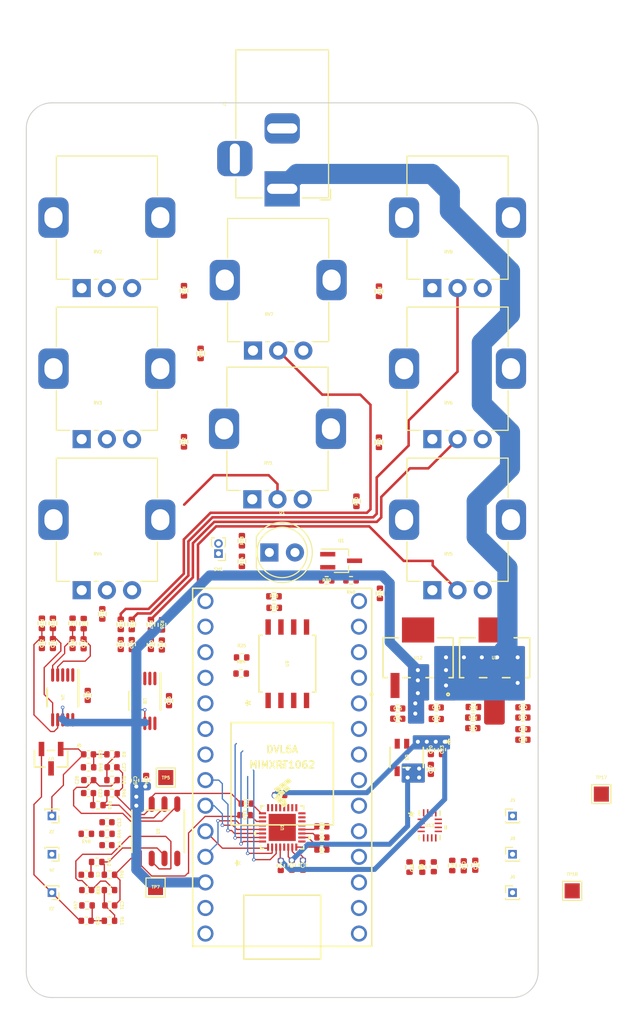
<source format=kicad_pcb>
(kicad_pcb (version 20221018) (generator pcbnew)
  (layers (0 "F.Cu" signal) (1 "In1.Cu" power) (2 "In2.Cu" power) (31 "B.Cu" signal) (34 "B.Paste" user) (35 "F.Paste" user) (36 "B.SilkS" user "B.Silkscreen") (37 "F.SilkS" user "F.Silkscreen") (38 "B.Mask" user) (39 "F.Mask" user) (44 "Edge.Cuts" user))
  (net 0 "")
  (net 1 "GND")
  (net 2 "/MCU/~{ADC_IRQ0}")
  (net 3 "/MCU/~{ADC_IRQ1}")
  (net 4 "Net-(U2-2_OUT2)")
  (net 5 "Net-(U2-3_LRCLK2)")
  (net 6 "/MCU/~{SWCTRL}")
  (net 7 "/MCU/~{BTN}")
  (net 9 "/MCU/DACDAT")
  (net 10 "/MCU/ADCDAT")
  (net 12 "Net-(U2-10_CS_MQSR)")
  (net 13 "Net-(U2-11_MOSI_CTX1)")
  (net 15 "+3V3")
  (net 16 "/MCU/MCLK")
  (net 17 "/MCU/CODC_IRQ")
  (net 18 "/MCU/BCLK")
  (net 19 "/MCU/LRCLK")
  (net 20 "/ADC/SCL")
  (net 21 "/ADC/SDA")
  (net 26 "Net-(U2-12_MISO_MQSL)")
  (net 27 "Net-(U2-13_SCK_CRX1_LED)")
  (net 28 "+1V0")
  (net 29 "+1V8")
  (net 31 "/AFE/OUT1A")
  (net 32 "/AudioCodec/LINEOUTL")
  (net 33 "/AudioCodec/LINEOUTR")
  (net 34 "/IOSwitch/AudioOut_R")
  (net 42 "/IOSwitch/AudioOut_L")
  (net 44 "VDD")
  (net 47 "/AFE/OUT2A")
  (net 48 "Net-(U1-CPCA)")
  (net 49 "Net-(U1-CPCB)")
  (net 50 "Net-(U1-CPVOUTP)")
  (net 51 "Net-(U1-CPVOUTN)")
  (net 57 "Net-(U1-IN1R{slash}DMICDAT2)")
  (net 58 "Net-(U1-IN1L{slash}DMICDAT1)")
  (net 59 "Net-(R37-Pad1)")
  (net 60 "/ADC/POT8")
  (net 61 "Net-(R35-Pad1)")
  (net 62 "/ADC/POT6")
  (net 63 "Net-(R34-Pad1)")
  (net 64 "/ADC/POT5")
  (net 65 "Net-(R33-Pad1)")
  (net 66 "/ADC/POT4")
  (net 67 "Net-(R32-Pad1)")
  (net 68 "/ADC/POT3")
  (net 69 "Net-(R20-Pad1)")
  (net 70 "/ADC/POT1")
  (net 71 "Net-(R21-Pad1)")
  (net 72 "/ADC/POT2")
  (net 73 "Net-(R36-Pad1)")
  (net 74 "/ADC/POT7")
  (net 75 "/ADC/AIN0_0")
  (net 76 "/ADC/AIN1_0")
  (net 77 "/ADC/AIN2_0")
  (net 78 "/ADC/AIN3_0")
  (net 79 "/ADC/AIN0_1")
  (net 80 "/ADC/AIN1_1")
  (net 81 "/ADC/AIN2_1")
  (net 82 "/ADC/AIN3_1")
  (net 83 "Net-(U3-GROUND{slash}ADJUST)")
  (net 84 "Net-(C11-Pad2)")
  (net 85 "Net-(C12-Pad2)")
  (net 86 "Net-(D1-K)")
  (net 87 "Net-(C29-Pad2)")
  (net 88 "/AFE/IN1+A")
  (net 89 "Net-(C30-Pad2)")
  (net 90 "/AFE/IN1-A")
  (net 91 "Net-(D1-A)")
  (net 93 "/AudioCodec/AudioL_Dirty")
  (net 94 "/AudioCodec/AudioR_Dirty")
  (net 95 "/AFE/AudioL_Raw")
  (net 96 "/AFE/AudioR_Raw")
  (net 97 "/AFE/IN2+A")
  (net 98 "/AFE/IN2-A")
  (net 99 "Net-(C22-Pad2)")
  (net 100 "Vdd2")
  (net 101 "Net-(C5-Pad2)")
  (net 102 "Net-(C31-Pad1)")
  (net 103 "Net-(C27-Pad1)")
  (footprint "Resistor_SMD:R_0402_1005Metric" (layer "F.Cu") (at 126.746 75.182 -90)
    (fp_text reference "R20")
    (fp_text value "5k")
  )
  (footprint "TeenieWeenieLibrary:POT_PTV09A-4025U-B104" (layer "F.Cu") (at 116.412 74.983 90)
    (fp_text reference "RV1")
    (fp_text value "R_Potentiometer" hide)
  )
  (footprint "Capacitor_SMD:C_0402_1005Metric" (layer "F.Cu") (at 123.3158 109.776 180)
    (fp_text reference "C8")
    (fp_text value "2.2uF")
  )
  (footprint "Resistor_SMD:R_0402_1005Metric" (layer "F.Cu") (at 101.086 105.36)
    (fp_text reference "R45")
    (fp_text value "10k")
  )
  (footprint "Connector_PinHeader_1.00mm:PinHeader_1x01_P1.00mm_Vertical" (layer "F.Cu") (at 142.24 114.046)
    (fp_text reference "J6")
    (fp_text value "Conn_01x01")
  )
  (footprint "Capacitor_SMD:C_0402_1005Metric" (layer "F.Cu") (at 120.3358 111.316801 -90)
    (fp_text reference "C2")
    (fp_text value "0.1uF")
  )
  (footprint "Connector_PinHeader_1.00mm:PinHeader_1x01_P1.00mm_Vertical" (layer "F.Cu") (at 142.24 110.236)
    (fp_text reference "J8")
    (fp_text value "Conn_01x01")
  )
  (footprint "Resistor_SMD:R_0402_1005Metric" (layer "F.Cu") (at 100.161 101.596666)
    (fp_text reference "R48")
    (fp_text value "1M")
  )
  (footprint "Resistor_SMD:R_0402_1005Metric" (layer "F.Cu") (at 104.445998 87.414999 -90)
    (fp_text reference "R31")
    (fp_text value "2k")
  )
  (footprint "Resistor_SMD:R_0402_1005Metric" (layer "F.Cu") (at 99.680998 87.328999 -90)
    (fp_text reference "R1")
    (fp_text value "2k")
  )
  (footprint "Capacitor_SMD:C_0402_1005Metric" (layer "F.Cu") (at 102.491 101.59)
    (fp_text reference "C27")
    (fp_text value "100p")
  )
  (footprint "Capacitor_SMD:C_0402_1005Metric" (layer "F.Cu") (at 123.3158 108.569)
    (fp_text reference "C6")
    (fp_text value "2.2uF")
  )
  (footprint "TeenieWeenieLibrary:SOT_AMS_ADS" (layer "F.Cu") (at 140.466 90.7161)
    (fp_text reference "U3")
    (fp_text value "AMS1117-ADJ")
  )
  (footprint "Resistor_SMD:R_0402_1005Metric" (layer "F.Cu") (at 111.28 60.498 -90)
    (fp_text reference "R36")
    (fp_text value "5k")
  )
  (footprint "Capacitor_SMD:C_0402_1005Metric" (layer "F.Cu") (at 100.076 94.46 90)
    (fp_text reference "C55")
    (fp_text value "0.1u")
  )
  (footprint "TeenieWeenieLibrary:SOP-8L_DIO" (layer "F.Cu") (at 107.061 107.95 90)
    (fp_text reference "U6")
    (fp_text value "AP358SG-13")
  )
  (footprint "Connector_BarrelJack:BarrelJack_Horizontal" (layer "F.Cu") (at 119.38 44.153 -90)
    (fp_text reference "J1")
    (fp_text value "Barrel_Jack")
  )
  (footprint "Capacitor_SMD:C_0402_1005Metric" (layer "F.Cu") (at 106.345998 89.404999 -90)
    (fp_text reference "C50")
    (fp_text value "160p")
  )
  (footprint "Resistor_SMD:R_0402_1005Metric" (layer "F.Cu") (at 115.6942 106.347 180)
    (fp_text reference "R5")
    (fp_text value "0")
  )
  (footprint "Capacitor_SMD:C_0402_1005Metric" (layer "F.Cu") (at 143.2712 95.6442)
    (fp_text reference "C15")
    (fp_text value "10u")
  )
  (footprint "TestPoint:TestPoint_Pad_1.5x1.5mm" (layer "F.Cu") (at 151.0522 104.2582)
    (fp_text reference "TP17")
    (fp_text value "TestPoint")
  )
  (footprint "Resistor_SMD:R_0402_1005Metric" (layer "F.Cu") (at 102.235 116.84)
    (fp_text reference "R11")
    (fp_text value "1k")
  )
  (footprint "TeenieWeenieLibrary:POT_PTV09A-4025U-B104" (layer "F.Cu") (at 134.28 54.013 90)
    (fp_text reference "RV8")
    (fp_text value "R_Potentiometer" hide)
  )
  (footprint "Capacitor_SMD:C_0402_1005Metric" (layer "F.Cu") (at 96.620998 89.309999 -90)
    (fp_text reference "C51")
    (fp_text value "160p")
  )
  (footprint "Connector_PinHeader_1.00mm:PinHeader_1x01_P1.00mm_Vertical" (layer "F.Cu") (at 96.52 110.236 180)
    (fp_text reference "J4")
    (fp_text value "Conn_01x01")
  )
  (footprint "Resistor_SMD:R_0402_1005Metric" (layer "F.Cu") (at 103.355998 87.404999 -90)
    (fp_text reference "R30")
    (fp_text value "2k")
  )
  (footprint "Capacitor_SMD:C_0402_1005Metric" (layer "F.Cu") (at 99.979 113.792 180)
    (fp_text reference "C28")
    (fp_text value "10p")
  )
  (footprint "Resistor_SMD:R_0402_1005Metric" (layer "F.Cu") (at 115.3042 92.2888)
    (fp_text reference "R24")
    (fp_text value "5k")
  )
  (footprint "Capacitor_SMD:C_0402_1005Metric" (layer "F.Cu") (at 108.145997 94.979999 90)
    (fp_text reference "C56")
    (fp_text value "0.1u")
  )
  (footprint "Resistor_SMD:R_0402_1005Metric" (layer "F.Cu") (at 126.2112 83.0372 180)
    (fp_text reference "R40")
    (fp_text value "10k")
  )
  (footprint "Capacitor_SMD:C_0402_1005Metric" (layer "F.Cu") (at 130.8486 96.7762 180)
    (fp_text reference "C34")
    (fp_text value "22u")
  )
  (footprint "TestPoint:TestPoint_Pad_1.5x1.5mm" (layer "F.Cu") (at 148.1582 113.8682)
    (fp_text reference "TP18")
    (fp_text value "TestPoint")
  )
  (footprint "Capacitor_SMD:C_0402_1005Metric" (layer "F.Cu") (at 100.161 100.31)
    (fp_text reference "C29")
    (fp_text value "4.7u")
  )
  (footprint "TeenieWeenieLibrary:SOT-23_ONS" (layer "F.Cu") (at 96.4405 100.744 180)
    (fp_text reference "U7")
    (fp_text value "SM05T1G")
  )
  (footprint "Resistor_SMD:R_0402_1005Metric" (layer "F.Cu") (at 98.575998 87.303999 -90)
    (fp_text reference "R2")
    (fp_text value "2k")
  )
  (footprint "TeenieWeenieLibrary:DGS0010A_N" (layer "F.Cu") (at 105.745998 95.004998 -90)
    (fp_text reference "U8")
    (fp_text value "ADS1015IDGSR")
  )
  (footprint "Resistor_SMD:R_0402_1005Metric" (layer "F.Cu") (at 102.491 104.16)
    (fp_text reference "R46")
    (fp_text value "10k")
  )
  (footprint "TeenieWeenieLibrary:SOIC_208MIL_WIN" (layer "F.Cu") (at 119.888 91.313 90)
    (fp_text reference "U9")
    (fp_text value "W25Q128JVSIQ TR")
  )
  (footprint "Capacitor_SMD:C_0402_1005Metric" (layer "F.Cu") (at 135.234 99.842 -90)
    (fp_text reference "C23")
    (fp_text value "10u")
  )
  (footprint "Connector_PinHeader_1.00mm:PinHeader_1x01_P1.00mm_Vertical" (layer "F.Cu") (at 96.52 114.046 180)
    (fp_text reference "J3")
    (fp_text value "Conn_01x01")
  )
  (footprint "TeenieWeenieLibrary:POT_PTV09A-4025U-B104" (layer "F.Cu") (at 99.48 54.013 90)
    (fp_text reference "RV2")
    (fp_text value "R_Potentiometer" hide)
  )
  (footprint "Resistor_SMD:R_0402_1005Metric" (layer "F.Cu") (at 138.306 96.6602 180)
    (fp_text reference "R23")
    (fp_text value "15k")
  )
  (footprint "Capacitor_SMD:C_0402_1005Metric" (layer "F.Cu") (at 143.266 98.8602)
    (fp_text reference "C18")
    (fp_text value "22u")
  )
  (footprint "Capacitor_SMD:C_0402_1005Metric" (layer "F.Cu") (at 99.670998 89.334999 -90)
    (fp_text reference "C47")
    (fp_text value "160p")
  )
  (footprint "Resistor_SMD:R_0402_1005Metric" (layer "F.Cu") (at 101.5238 86.362 -90)
    (fp_text reference "R33")
    (fp_text value "5k")
  )
  (footprint "Capacitor_SMD:C_0402_1005Metric" (layer "F.Cu") (at 143.2686 97.8188)
    (fp_text reference "C19")
    (fp_text value "0.1u")
  )
  (footprint "Capacitor_SMD:C_0402_1005Metric" (layer "F.Cu") (at 103.355998 89.404999 -90)
    (fp_text reference "C53")
    (fp_text value "160p")
  )
  (footprint "Resistor_SMD:R_0402_1005Metric" (layer "F.Cu") (at 96.620998 87.303999 -90)
    (fp_text reference "R28")
    (fp_text value "2k")
  )
  (footprint "Capacitor_SMD:C_0402_1005Metric" (layer "F.Cu") (at 99.923 116.84)
    (fp_text reference "C30")
    (fp_text value "4.7u")
  )
  (footprint "Capacitor_SMD:C_0402_1005Metric" (layer "F.Cu") (at 119.2358 111.349 -90)
    (fp_text reference "C4")
    (fp_text value "4.7uF")
  )
  (footprint "Resistor_SMD:R_0402_1005Metric" (layer "F.Cu") (at 109.63 69.273 -90)
    (fp_text reference "R32")
    (fp_text value "5k")
  )
  (footprint "Capacitor_SMD:C_0402_1005Metric" (layer "F.Cu") (at 101.991 107.054)
    (fp_text reference "C13")
    (fp_text value "1u")
  )
  (footprint "Capacitor_SMD:C_0402_1005Metric" (layer "F.Cu") (at 100.177 102.87 180)
    (fp_text reference "C26")
    (fp_text value "10p")
  )
  (footprint "Connector_PinHeader_1.00mm:PinHeader_1x01_P1.00mm_Vertical" (layer "F.Cu") (at 142.24 106.426)
    (fp_text reference "J5")
    (fp_text value "Conn_01x01")
  )
  (footprint "Connector_PinHeader_1.00mm:PinHeader_1x01_P1.00mm_Vertical" (layer "F.Cu") (at 96.52 106.426 180)
    (fp_text reference "J2")
    (fp_text value "Conn_01x01")
  )
  (footprint "teensy:Teensy40_1" (layer "F.Cu") (at 119.38 101.6 90)
    (fp_text reference "U2")
    (fp_text value "Teensy4.0")
  )
  (footprint "Resistor_SMD:R_0402_1005Metric" (layer "F.Cu") (at 118.5848 85.761)
    (fp_text reference "R19")
    (fp_text value "5k")
  )
  (footprint "Capacitor_SMD:C_0402_1005Metric" (layer "F.Cu") (at 104.445998 89.414999 -90)
    (fp_text reference "C54")
    (fp_text value "160p")
  )
  (footprint "Capacitor_SMD:C_0402_1005Metric" (layer "F.Cu") (at 105.877 102.898 90)
    (fp_text reference "C24")
    (fp_text value "0.1u")
  )
  (footprint "Capacitor_SMD:C_0402_1005Metric" (layer "F.Cu") (at 101.986 109.329)
    (fp_text reference "C14")
    (fp_text value "100n")
  )
  (footprint "Capacitor_SMD:C_0402_1005Metric" (layer "F.Cu") (at 95.527998 89.309999 -90)
    (fp_text reference "C52")
    (fp_text value "160p")
  )
  (footprint "Capacitor_SMD:C_0402_1005Metric" (layer "F.Cu") (at 138.296 97.7102 180)
    (fp_text reference "C21")
    (fp_text value "10u")
  )
  (footprint "Resistor_SMD:R_0402_1005Metric" (layer "F.Cu") (at 100.969 110.998)
    (fp_text reference "R42")
    (fp_text value "10k")
  )
  (footprint "Capacitor_SMD:C_0402_1005Metric" (layer "F.Cu") (at 121.4358 111.316801 -90)
    (fp_text reference "C3")
    (fp_text value "4.7uF")
  )
  (footprint "Capacitor_SMD:C_0402_1005Metric" (layer "F.Cu") (at 134.426401 111.478 90)
    (fp_text reference "C9")
    (fp_text value "4.7u")
  )
  (footprint "TeenieWeenieLibrary:POT_PTV09A-4025U-B104" (layer "F.Cu") (at 99.48 84.013 90)
    (fp_text reference "RV4")
    (fp_text value "R_Potentiometer" hide)
  )
  (footprint "LED_THT:LED_D5.0mm" (layer "F.Cu") (at 118.105 80.264)
    (fp_text reference "D1")
    (fp_text value "LED")
  )
  (footprint "Resistor_SMD:R_0402_1005Metric" (layer "F.Cu") (at 102.235 112.268)
    (fp_text reference "R41")
    (fp_text value "10k")
  )
  (footprint "Resistor_SMD:R_0402_1005Metric" (layer "F.Cu") (at 102.491 102.87)
    (fp_text reference "R10")
    (fp_text value "31.1k")
  )
  (footprint "Resistor_SMD:R_0402_1005Metric" (layer "F.Cu") (at 102.235 113.792)
    (fp_text reference "R12")
    (fp_text value "31.1k")
  )
  (footprint "TeenieWeenieLibrary:POT_PTV09A-4025U-B104" (layer "F.Cu") (at 116.48 60.213 90)
    (fp_text reference "RV7")
    (fp_text value "R_Potentiometer" hide)
  )
  (footprint "Resistor_SMD:R_0402_1005Metric" (layer "F.Cu") (at 129.08 84.323 -90)
    (fp_text reference "R34")
    (fp_text value "5k")
  )
  (footprint "Capacitor_SMD:C_0402_1005Metric" (layer "F.Cu") (at 143.266 96.6602)
    (fp_text reference "C16")
    (fp_text value "0.1u")
  )
  (footprint "TeenieWeenieLibrary:POT_PTV09A-4025U-B104" (layer "F.Cu") (at 99.48 69.013 90)
    (fp_text reference "RV3")
    (fp_text value "R_Potentiometer" hide)
  )
  (footprint "Capacitor_SMD:C_0402_1005Metric" (layer "F.Cu") (at 134.6712 96.8032 180)
    (fp_text reference "C32")
    (fp_text value "10u")
  )
  (footprint "MountingHole:MountingHole_2.2mm_M2_DIN965" (layer "F.Cu") (at 96.52 121.92)
    (fp_text reference "H3")
    (fp_text value "MountingHole")
  )
  (footprint "Capacitor_SMD:C_0402_1005Metric" (layer "F.Cu") (at 107.435998 89.449999 -90)
    (fp_text reference "C49")
    (fp_text value "160p")
  )
  (footprint "Capacitor_SMD:C_0402_1005Metric" (layer "F.Cu") (at 99.923 112.268)
    (fp_text reference "C5")
    (fp_text value "1u")
  )
  (footprint "Capacitor_SMD:C_0402_1005Metric" (layer "F.Cu") (at 134.134 99.842 -90)
    (fp_text reference "C20")
    (fp_text value "0.1u")
  )
  (footprint "Capacitor_SMD:C_0402_1005Metric" (layer "F.Cu") (at 134.666 95.6602 180)
    (fp_text reference "C33")
    (fp_text value "0.1u")
  )
  (footprint "Resistor_SMD:R_0402_1005Metric" (layer "F.Cu") (at 95.527998 87.303999 -90)
    (fp_text reference "R29")
    (fp_text value "2k")
  )
  (footprint "Resistor_SMD:R_0402_1005Metric" (layer "F.Cu") (at 118.5594 84.618)
    (fp_text reference "R18")
    (fp_text value "5k")
  )
  (footprint "Capacitor_SMD:C_0402_1005Metric" (layer "F.Cu") (at 133.283401 111.534 90)
    (fp_text reference "C11")
    (fp_text value "0.1uF")
  )
  (footprint "Resistor_SMD:R_0402_1005Metric" (layer "F.Cu") (at 123.7912 83.0372)
    (fp_text reference "R39")
    (fp_text value "5k")
  )
  (footprint "MountingHole:MountingHole_2.2mm_M2_DIN965" (layer "F.Cu") (at 142.24 121.92)
    (fp_text reference "H4")
    (fp_text value "MountingHole")
  )
  (footprint "TeenieWeenieLibrary:SOT_PDQNR_TEX" (layer "F.Cu") (at 131.734 100.622 -90)
    (fp_text reference "U5")
    (fp_text value "TLV74010PDQNR")
  )
  (footprint "Package_TO_SOT_SMD:SOT-323_SC-70_Handsoldering" (layer "F.Cu") (at 125.2312 81.0872)
    (fp_text reference "Q1")
    (fp_text value "DMP2160UW-7")
  )
  (footprint "Capacitor_SMD:C_0402_1005Metric" (layer "F.Cu") (at 130.846 95.7602 180)
    (fp_text reference "C45")
    (fp_text value "0.1u")
  )
  (footprint "Connector_PinHeader_1.00mm:PinHeader_1x02_P1.00mm_Vertical" (layer "F.Cu") (at 113.0554 80.375 180)
    (fp_text reference "SW1")
    (fp_text value "SW_Push")
  )
  (footprint "Resistor_SMD:R_0402_1005Metric" (layer "F.Cu") (at 102.491 100.31)
    (fp_text reference "R9")
    (fp_text value "1k")
  )
  (footprint "Resistor_SMD:R_0402_1005Metric" (layer "F.Cu") (at 132.013401 111.508 -90)
    (fp_text reference "R3")
    (fp_text value "20")
  )
  (footprint "Resistor_SMD:R_0402_1005Metric" (layer "F.Cu") (at 115.8212 105.204 180)
    (fp_text reference "R7")
    (fp_text value "0")
  )
  (footprint "Resistor_SMD:R_0402_1005Metric" (layer "F.Cu") (at 128.98 54.323 -90)
    (fp_text reference "R37")
    (fp_text value "5k")
  )
  (footprint "TeenieWeenieLibrary:DGS0010A_N" (layer "F.Cu") (at 97.595998 94.654998 -90)
    (fp_text reference "U4")
    (fp_text value "ADS1015IDGSR")
  )
  (footprint "Capacitor_SMD:C_0402_1005Metric" (layer "F.Cu") (at 104.777 102.898 90)
    (fp_text reference "C25")
    (fp_text value "10u")
  )
  (footprint "Capacitor_SMD:C_0402_1005Metric" (layer "F.Cu") (at 119.1378 104.360001)
    (fp_text reference "C1")
    (fp_text value "0.1uF")
  )
  (footprint "Capacitor_SMD:C_0402_1005Metric" (layer "F.Cu") (at 102.265 115.316)
    (fp_text reference "C31")
    (fp_text value "100p")
  )
  (footprint "Capacitor_SMD:C_0402_1005Metric" (layer "F.Cu") (at 123.3158 107.469)
    (fp_text reference "C7")
    (fp_text value "2.2uF")
  )
  (footprint "Capacitor_SMD:C_0402_1005Metric" (layer "F.Cu") (at 100.161 104.16)
    (fp_text reference "C22")
    (fp_text value "1u")
  )
  (footprint "TestPoint:TestPoint_Pad_1.5x1.5mm" (layer "F.Cu") (at 107.825 102.616 180)
    (fp_text reference "TP5")
    (fp_text value "TestPoint")
  )
  (footprint "Resistor_SMD:R_0402_1005Metric" (layer "F.Cu") (at 99.941 108.204 180)
    (fp_text reference "R43")
    (fp_text value "10k")
  )
  (footprint "Resistor_SMD:R_0402_1005Metric" (layer "F.Cu") (at 100.011 115.316)
    (fp_text reference "R47")
    (fp_text value "1M")
  )
  (footprint "TeenieWeenieLibrary:POT_PTV09A-4025U-B104" (layer "F.Cu") (at 134.28 84.013 90)
    (fp_text reference "RV5")
    (fp_text value "R_Potentiometer" hide)
  )
  (footprint "TeenieWeenieLibrary:UMLP16_1P8X2P6_ONS" (layer "F.Cu") (at 134.020001 107.3658)
    (fp_text reference "U13")
    (fp_text value "FSA2466UMX")
  )
  (footprint "Resistor_SMD:R_0402_1005Metric" (layer "F.Cu") (at 138.356 95.6102 180)
    (fp_text reference "R22")
    (fp_text value "33k")
  )
  (footprint "TeenieWeenieLibrary:QFN32_4X4_CIR" (layer "F.Cu") (at 119.38 107.569 90)
    (fp_text reference "U1")
    (fp_text value "WM8904CGEFL/V")
  )
  (footprint "Resistor_SMD:R_0402_1005Metric" (layer "F.Cu") (at 106.345998 87.424999 -90)
    (fp_text reference "R27")
    (fp_text value "2k")
  )
  (footprint "TeenieWeenieLibrary:SOT_AMS_ADS" (layer "F.Cu") (at 132.866 90.7161)
    (fp_text reference "U12")
    (fp_text value "AMS1117-3.3")
  )
  (footprint "MountingHole:MountingHole_2.2mm_M2_DIN965" (layer "F.Cu") (at 96.52 38.153)
    (fp_text reference "H1")
    (fp_text value "MountingHole")
  )
  (footprint "Resistor_SMD:R_0402_1005Metric" (layer "F.Cu") (at 109.63 54.273 -90)
    (fp_text reference "R21")
    (fp_text value "5k")
  )
  (footprint "Capacitor_SMD:C_0402_1005Metric" (layer "F.Cu") (at 98.575998 89.309999 -90)
    (fp_text reference "C48")
    (fp_text value "160p")
  )
  (footprint "Resistor_SMD:R_0402_1005Metric" (layer "F.Cu") (at 107.445998 87.449999 -90)
    (fp_text reference "R26")
    (fp_text value "2k")
  )
  (footprint "Resistor_SMD:R_0402_1005Metric" (layer "F.Cu") (at 115.38 81.149 90)
    (fp_text reference "R14")
    (fp_text value "5k")
  )
  (footprint "Capacitor_SMD:C_0402_1005Metric" (layer "F.Cu") (at 134.134 101.802 90)
    (fp_text reference "C17")
    (fp_text value "1u")
  )
  (footprint "Resistor_SMD:R_0402_1005Metric" (layer "F.Cu") (at 115.355 90.6886)
    (fp_text reference "R25")
    (fp_text value "5k")
  )
  (footprint "MountingHole:MountingHole_2.2mm_M2_DIN965" (layer "F.Cu") (at 142.24 38.153)
    (fp_text reference "H2")
    (fp_text value "MountingHole")
  )
  (footprint "Capacitor_SMD:C_0402_1005Metric" (layer "F.Cu") (at 137.398201 111.3776 -90)
    (fp_text reference "C12")
    (fp_text value "0.1uF")
  )
  (footprint "Capacitor_SMD:C_0402_1005Metric" (layer "F.Cu") (at 138.541201 111.3216 -90)
    (fp_text reference "C10")
    (fp_text value "4.7u")
  )
  (footprint "TeenieWeenieLibrary:POT_PTV09A-4025U-B104" (layer "F.Cu") (at 134.28 69.013 90)
    (fp_text reference "RV6")
    (fp_text value "R_Potentiometer" hide)
  )
  (footprint "Resistor_SMD:R_0402_1005Metric" (layer "F.Cu") (at 136.255201 111.3516 -90)
    (fp_text reference "R4")
    (fp_text value "20")
  )
  (footprint "TestPoint:TestPoint_Pad_1.5x1.5mm" (layer "F.Cu") (at 106.809 113.538 180)
    (fp_text reference "TP7")
    (fp_text value "TestPoint")
  )
  (footprint "Resistor_SMD:R_0402_1005Metric" (layer "F.Cu") (at 115.38 79.099 90)
    (fp_text reference "R38")
    (fp_text value "1k")
  )
  (footprint "Resistor_SMD:R_0402_1005Metric" (layer "F.Cu") (at 128.98 69.323 -90)
    (fp_text reference "R35")
    (fp_text value "5k")
  )
  (footprint "Resistor_SMD:R_0402_1005Metric" (layer "F.Cu") (at 101.981 108.204 180)
    (fp_text reference "R44")
    (fp_text value "10k")
  )
  (gr_arc (start 96.52 124.46) (mid 94.723949 123.716051) (end 93.98 121.92) (stroke (width 0.1)) (layer "Edge.Cuts"))
  (gr_line (start 144.78 38.153) (end 144.78 121.92) (stroke (width 0.1)) (layer "Edge.Cuts"))
  (gr_line (start 96.52 35.613) (end 142.24 35.613) (stroke (width 0.1)) (layer "Edge.Cuts"))
  (gr_line (start 93.98 121.92) (end 93.98 38.153) (stroke (width 0.1)) (layer "Edge.Cuts"))
  (gr_line (start 142.24 124.46) (end 96.52 124.46) (stroke (width 0.1)) (layer "Edge.Cuts"))
  (gr_arc (start 93.98 38.153) (mid 94.723949 36.356949) (end 96.52 35.613) (stroke (width 0.1)) (layer "Edge.Cuts"))
  (gr_arc (start 144.78 121.92) (mid 144.036051 123.716051) (end 142.24 124.46) (stroke (width 0.1)) (layer "Edge.Cuts"))
  (gr_arc (start 142.24 35.613) (mid 144.036051 36.356949) (end 144.78 38.153) (stroke (width 0.1)) (layer "Edge.Cuts"))
  (segment (start 115.2906 109.1946) (end 115.5162 108.969) (width 0.127) (layer "F.Cu") (net 9))
  (segment (start 115.5162 108.969) (end 117.4242 108.969) (width 0.127) (layer "F.Cu") (net 9))
  (via (at 115.2906 109.1946) (size 0.35) (drill 0.2) (layers "F.Cu" "B.Cu") (net 9))
  (segment (start 115.2906 100.1522) (end 115.4684 99.9744) (width 0.127) (layer "B.Cu") (net 9))
  (segment (start 115.2906 109.1946) (end 115.2906 100.1522) (width 0.127) (layer "B.Cu") (net 9))
  (segment (start 114.744398 108.569001) (end 117.4242 108.569001) (width 0.127) (layer "F.Cu") (net 10))
  (segment (start 114.7064 108.606999) (end 114.744398 108.569001) (width 0.127) (layer "F.Cu") (net 10))
  (via (at 114.7064 108.606999) (size 0.35) (drill 0.2) (layers "F.Cu" "B.Cu") (net 10))
  (segment (start 114.7064 108.606999) (end 114.7064 99.3648) (width 0.127) (layer "B.Cu") (net 10))
  (segment (start 114.7064 99.3648) (end 114.8334 99.2378) (width 0.127) (layer "B.Cu") (net 10))
  (segment (start 105.745998 97.23) (end 105.745998 95.890798) (width 0.127) (layer "F.Cu") (net 15))
  (segment (start 97.595998 96.88) (end 97.595998 95.665598) (width 0.127) (layer "F.Cu") (net 15))
  (segment (start 97.595998 95.665598) (end 97.5868 95.6564) (width 0.127) (layer "F.Cu") (net 15))
  (segment (start 105.745998 95.890798) (end 105.7402 95.885) (width 0.127) (layer "F.Cu") (net 15))
  (via (at 132.842 94.234) (size 0.6) (drill 0.4) (layers "F.Cu" "B.Cu") (net 15))
  (via (at 132.842 91.948) (size 0.6) (drill 0.4) (layers "F.Cu" "B.Cu") (net 15))
  (via (at 105.7402 95.885) (size 0.35) (drill 0.2) (layers "F.Cu" "B.Cu") (net 15))
  (via (at 132.842 92.964) (size 0.6) (drill 0.4) (layers "F.Cu" "B.Cu") (net 15))
  (via (at 132.588 96.266) (size 0.6) (drill 0.4) (layers "F.Cu" "B.Cu") (net 15))
  (via (at 104.902 104.521) (size 0.6) (drill 0.4) (layers "F.Cu" "B.Cu") (net 15))
  (via (at 105.791 103.505) (size 0.6) (drill 0.4) (layers "F.Cu" "B.Cu") (net 15))
  (via (at 132.588 95.25) (size 0.6) (drill 0.4) (layers "F.Cu" "B.Cu") (net 15))
  (via (at 104.902 105.41) (size 0.6) (drill 0.4) (layers "F.Cu" "B.Cu") (net 15))
  (via (at 104.902 103.505) (size 0.6) (drill 0.4) (layers "F.Cu" "B.Cu") (net 15))
  (via (at 97.5868 95.6564) (size 0.35) (drill 0.2) (layers "F.Cu" "B.Cu") (net 15))
  (segment (start 105.0036 95.885) (end 104.902 95.9866) (width 0.127) (layer "B.Cu") (net 15))
  (segment (start 132.842 91.948) (end 130.048 89.154) (width 1) (layer "B.Cu") (net 15))
  (segment (start 130.048 89.154) (end 130.048 83.312) (width 1) (layer "B.Cu") (net 15))
  (segment (start 104.902 95.9866) (end 104.902 103.505) (width 1) (layer "B.Cu") (net 15))
  (segment (start 104.902 104.521) (end 104.902 105.283) (width 1) (layer "B.Cu") (net 15))
  (segment (start 97.5868 96.7232) (end 97.536 96.774) (width 0.127) (layer "B.Cu") (net 15))
  (segment (start 104.902 111.76) (end 104.902 105.41) (width 1) (layer "B.Cu") (net 15))
  (segment (start 105.7402 95.885) (end 105.0036 95.885) (width 0.127) (layer "B.Cu") (net 15))
  (segment (start 104.902 89.826679) (end 104.902 95.9866) (width 1) (layer "B.Cu") (net 15))
  (segment (start 129.286 82.55) (end 112.178679 82.55) (width 1) (layer "B.Cu") (net 15))
  (segment (start 97.917 97.155) (end 97.536 96.774) (width 0.75) (layer "B.Cu") (net 15))
  (segment (start 112.178679 82.55) (end 104.902 89.826679) (width 1) (layer "B.Cu") (net 15))
  (segment (start 97.5868 95.6564) (end 97.5868 96.7232) (width 0.127) (layer "B.Cu") (net 15))
  (segment (start 111.76 113.03) (end 106.172 113.03) (width 1) (layer "B.Cu") (net 15))
  (segment (start 130.048 83.312) (end 129.286 82.55) (width 1) (layer "B.Cu") (net 15))
  (segment (start 106.172 113.03) (end 104.902 111.76) (width 1) (layer "B.Cu") (net 15))
  (segment (start 105.791 97.155) (end 97.917 97.155) (width 0.75) (layer "B.Cu") (net 15))
  (segment (start 104.902 105.41) (end 104.902 104.521) (width 1) (layer "B.Cu") (net 15))
  (segment (start 113.004953 106.9115) (end 114.821433 106.9115) (width 0.127) (layer "F.Cu") (net 16))
  (segment (start 115.278933 107.369) (end 117.4242 107.369) (width 0.127) (layer "F.Cu") (net 16))
  (segment (start 114.821433 106.9115) (end 115.278933 107.369) (width 0.127) (layer "F.Cu") (net 16))
  (via (at 113.004953 106.9115) (size 0.35) (drill 0.2) (layers "F.Cu" "B.Cu") (net 16))
  (segment (start 113.004953 109.107514) (end 111.76 110.352467) (width 0.127) (layer "B.Cu") (net 16))
  (segment (start 111.76 110.352467) (end 111.76 110.49) (width 0.127) (layer "B.Cu") (net 16))
  (segment (start 113.004953 106.9115) (end 113.004953 109.107514) (width 0.127) (layer "B.Cu") (net 16))
  (segment (start 117.8717 109.6331) (end 113.4431 109.6331) (width 0.127) (layer "F.Cu") (net 17))
  (segment (start 113.4431 109.6331) (end 111.76 107.95) (width 0.127) (layer "F.Cu") (net 17))
  (segment (start 117.98 109.5248) (end 117.8717 109.6331) (width 0.127) (layer "F.Cu") (net 17))
  (segment (start 113.442953 107.3495) (end 114.4615 107.3495) (width 0.127) (layer "F.Cu") (net 18))
  (segment (start 114.4615 107.3495) (end 114.881 107.769) (width 0.127) (layer "F.Cu") (net 18))
  (segment (start 114.881 107.769) (end 117.4242 107.769) (width 0.127) (layer "F.Cu") (net 18))
  (via (at 113.442953 107.3495) (size 0.35) (drill 0.2) (layers "F.Cu" "B.Cu") (net 18))
  (segment (start 113.442953 107.3495) (end 113.442953 106.229353) (width 0.127) (layer "B.Cu") (net 18))
  (segment (start 113.442953 106.229353) (end 112.6236 105.41) (width 0.127) (layer "B.Cu") (net 18))
  (segment (start 112.6236 105.41) (end 111.76 105.41) (width 0.127) (layer "B.Cu") (net 18))
  (segment (start 114.3508 107.8738) (end 114.645999 108.168999) (width 0.127) (layer "F.Cu") (net 19))
  (segment (start 113.9952 107.8738) (end 114.3508 107.8738) (width 0.127) (layer "F.Cu") (net 19))
  (segment (start 114.645999 108.168999) (end 117.4242 108.168999) (width 0.127) (layer "F.Cu") (net 19))
  (via (at 113.9952 107.8738) (size 0.35) (drill 0.2) (layers "F.Cu" "B.Cu") (net 19))
  (segment (start 113.4364 104.7242) (end 113.4364 103.2256) (width 0.127) (layer "B.Cu") (net 19))
  (segment (start 113.9952 107.8738) (end 113.9952 105.283) (width 0.127) (layer "B.Cu") (net 19))
  (segment (start 113.9952 105.283) (end 113.4364 104.7242) (width 0.127) (layer "B.Cu") (net 19))
  (segment (start 113.4364 103.2256) (end 113.0808 102.87) (width 0.127) (layer "B.Cu") (net 19))
  (segment (start 113.0808 102.87) (end 111.76 102.87) (width 0.127) (layer "B.Cu") (net 19))
  (segment (start 118.379999 110.109001) (end 118.379999 109.5248) (width 0.127) (layer "F.Cu") (net 20))
  (segment (start 115.951 110.1439) (end 118.3451 110.1439) (width 0.127) (layer "F.Cu") (net 20))
  (segment (start 118.3451 110.1439) (end 118.379999 110.109001) (width 0.127) (layer "F.Cu") (net 20))
  (via (at 115.951 110.1439) (size 0.35) (drill 0.2) (layers "F.Cu" "B.Cu") (net 20))
  (segment (start 115.951 110.1439) (end 115.951 102.5144) (width 0.127) (layer "B.Cu") (net 20))
  (segment (start 116.5606 110.7694) (end 118.182048 110.7694) (width 0.127) (layer "F.Cu") (net 21))
  (segment (start 118.780001 110.171447) (end 118.780001 109.5248) (width 0.127) (layer "F.Cu") (net 21))
  (segment (start 118.182048 110.7694) (end 118.780001 110.171447) (width 0.127) (layer "F.Cu") (net 21))
  (via (at 116.5606 110.7694) (size 0.35) (drill 0.2) (layers "F.Cu" "B.Cu") (net 21))
  (segment (start 116.5606 101.9302) (end 116.5098 101.8794) (width 0.127) (layer "B.Cu") (net 21))
  (segment (start 116.5606 110.7694) (end 116.5606 101.9302) (width 0.127) (layer "B.Cu") (net 21))
  (segment (start 119.979999 109.5248) (end 119.979999 110.481) (width 0.127) (layer "F.Cu") (net 28))
  (segment (start 119.979999 110.481) (end 120.3358 110.836801) (width 0.127) (layer "F.Cu") (net 28))
  (via (at 132.969 101.727) (size 0.6) (drill 0.4) (layers "F.Cu" "B.Cu") (net 28))
  (via (at 120.3358 110.836801) (size 0.6) (drill 0.4) (layers "F.Cu" "B.Cu") (net 28))
  (via (at 132.969 102.616) (size 0.6) (drill 0.4) (layers "F.Cu" "B.Cu") (net 28))
  (via (at 131.826 102.616) (size 0.6) (drill 0.4) (layers "F.Cu" "B.Cu") (net 28))
  (via (at 131.826 101.727) (size 0.6) (drill 0.4) (layers "F.Cu" "B.Cu") (net 28))
  (segment (start 121.932601 109.24) (end 120.3358 110.836801) (width 0.5) (layer "B.Cu") (net 28))
  (segment (start 131.826 107.442) (end 131.826 102.616) (width 0.5) (layer "B.Cu") (net 28))
  (segment (start 131.826 107.442) (end 130.028 109.24) (width 0.5) (layer "B.Cu") (net 28))
  (segment (start 130.028 109.24) (end 121.932601 109.24) (width 0.5) (layer "B.Cu") (net 28))
  (segment (start 120.380001 109.966001) (end 120.65 110.236) (width 0.127) (layer "F.Cu") (net 29))
  (segment (start 120.380001 109.5248) (end 120.380001 109.966001) (width 0.127) (layer "F.Cu") (net 29))
  (segment (start 119.251 110.869) (end 119.253 110.871) (width 0.5) (layer "F.Cu") (net 29))
  (segment (start 119.18 110.798) (end 119.253 110.871) (width 0.127) (layer "F.Cu") (net 29))
  (segment (start 121.4358 110.5138) (end 121.158 110.236) (width 0.127) (layer "F.Cu") (net 29))
  (segment (start 120.65 110.236) (end 121.158 110.236) (width 0.127) (layer "F.Cu") (net 29))
  (segment (start 121.4358 110.836801) (end 121.4358 110.5138) (width 0.127) (layer "F.Cu") (net 29))
  (segment (start 119.2358 110.869) (end 119.251 110.869) (width 0.5) (layer "F.Cu") (net 29))
  (segment (start 119.18 109.5248) (end 119.18 110.798) (width 0.127) (layer "F.Cu") (net 29))
  (via (at 118.618 104.394) (size 0.6) (drill 0.4) (layers "F.Cu" "B.Cu") (net 29))
  (via (at 121.4358 110.836801) (size 0.6) (drill 0.4) (layers "F.Cu" "B.Cu") (net 29))
  (via (at 134.62 99.06) (size 0.6) (drill 0.4) (layers "F.Cu" "B.Cu") (net 29))
  (via (at 119.253 110.871) (size 0.6) (drill 0.4) (layers "F.Cu" "B.Cu") (net 29))
  (via (at 133.731 99.06) (size 0.6) (drill 0.4) (layers "F.Cu" "B.Cu") (net 29))
  (via (at 135.509 99.06) (size 0.6) (drill 0.4) (layers "F.Cu" "B.Cu") (net 29))
  (via (at 132.842 99.06) (size 0.6) (drill 0.4) (layers "F.Cu" "B.Cu") (net 29))
  (segment (start 127.782 104.12) (end 118.892 104.12) (width 0.5) (layer "B.Cu") (net 29))
  (segment (start 118.892 104.12) (end 118.618 104.394) (width 0.5) (layer "B.Cu") (net 29))
  (segment (start 120.122 111.74) (end 121.412 111.74) (width 0.5) (layer "B.Cu") (net 29))
  (segment (start 121.4358 110.836801) (end 121.4358 111.7162) (width 0.5) (layer "B.Cu") (net 29))
  (segment (start 121.412 111.74) (end 128.544 111.74) (width 0.5) (layer "B.Cu") (net 29))
  (segment (start 135.509 104.775) (end 135.509 99.06) (width 0.5) (layer "B.Cu") (net 29))
  (segment (start 121.4358 111.7162) (end 121.412 111.74) (width 0.5) (layer "B.Cu") (net 29))
  (segment (start 132.842 99.06) (end 127.782 104.12) (width 0.5) (layer "B.Cu") (net 29))
  (segment (start 128.544 111.74) (end 135.509 104.775) (width 0.5) (layer "B.Cu") (net 29))
  (segment (start 119.253 110.871) (end 120.122 111.74) (width 0.5) (layer "B.Cu") (net 29))
  (segment (start 102.745 115.316) (end 103.2785 114.7825) (width 0.127) (layer "F.Cu") (net 31))
  (segment (start 110.0836 108.122383) (end 111.732483 106.4735) (width 0.127) (layer "F.Cu") (net 31))
  (segment (start 103.2785 112.8015) (end 102.745 112.268) (width 0.127) (layer "F.Cu") (net 31))
  (segment (start 110.0074 112.1156) (end 110.0836 112.1156) (width 0.127) (layer "F.Cu") (net 31))
  (segment (start 109.728 112.395) (end 110.0074 112.1156) (width 0.127) (layer "F.Cu") (net 31))
  (segment (start 115.0577 106.4735) (end 115.1842 106.347) (width 0.127) (layer "F.Cu") (net 31))
  (segment (start 106.426 112.395) (end 109.728 112.395) (width 0.127) (layer "F.Cu") (net 31))
  (segment (start 102.745 112.268) (end 104.363 110.65) (width 0.127) (layer "F.Cu") (net 31))
  (segment (start 111.732483 106.4735) (end 115.0577 106.4735) (width 0.127) (layer "F.Cu") (net 31))
  (segment (start 105.156 111.125) (end 106.426 112.395) (width 0.127) (layer "F.Cu") (net 31))
  (segment (start 105.156 110.65) (end 105.156 111.125) (width 0.127) (layer "F.Cu") (net 31))
  (segment (start 110.0836 112.1156) (end 110.0836 108.122383) (width 0.127) (layer "F.Cu") (net 31))
  (segment (start 104.363 110.65) (end 105.156 110.65) (width 0.127) (layer "F.Cu") (net 31))
  (segment (start 103.2785 114.7825) (end 103.2785 112.8015) (width 0.127) (layer "F.Cu") (net 31))
  (via (at 137.414 90.678) (size 0.6) (drill 0.4) (layers "F.Cu" "B.Cu") (net 44))
  (via (at 135.636 90.678) (size 0.6) (drill 0.4) (layers "F.Cu" "B.Cu") (net 44))
  (via (at 135.636 93.472) (size 0.6) (drill 0.4) (layers "F.Cu" "B.Cu") (net 44))
  (via (at 140.716 90.678) (size 0.6) (drill 0.4) (layers "F.Cu" "B.Cu") (net 44))
  (via (at 139.192 90.678) (size 0.6) (drill 0.4) (layers "F.Cu" "B.Cu") (net 44))
  (via (at 142.748 90.678) (size 0.6) (drill 0.4) (layers "F.Cu" "B.Cu") (net 44))
  (via (at 135.636 91.948) (size 0.6) (drill 0.4) (layers "F.Cu" "B.Cu") (net 44))
  (via (at 142.748 93.218) (size 0.6) (drill 0.4) (layers "F.Cu" "B.Cu") (net 44))
  (segment (start 138.684 75.184) (end 138.684 78.74) (width 2) (layer "B.Cu") (net 44))
  (segment (start 141.986 56.642) (end 139.192 59.436) (width 2) (layer "B.Cu") (net 44))
  (segment (start 141.732 81.788) (end 141.732 89.662) (width 2) (layer "B.Cu") (net 44))
  (segment (start 138.684 78.74) (end 141.732 81.788) (width 2) (layer "B.Cu") (net 44))
  (segment (start 141.986 52.324) (end 141.986 56.642) (width 2) (layer "B.Cu") (net 44))
  (segment (start 141.986 68.326) (end 141.986 71.882) (width 2) (layer "B.Cu") (net 44))
  (segment (start 141.986 71.882) (end 138.684 75.184) (width 2) (layer "B.Cu") (net 44))
  (segment (start 134.239 42.672) (end 136.017 44.45) (width 2) (layer "B.Cu") (net 44))
  (segment (start 120.861 42.672) (end 134.239 42.672) (width 2) (layer "B.Cu") (net 44))
  (segment (start 136.017 46.355) (end 141.986 52.324) (width 2) (layer "B.Cu") (net 44))
  (segment (start 139.192 65.532) (end 141.986 68.326) (width 2) (layer "B.Cu") (net 44))
  (segment (start 141.732 89.662) (end 141.38 90.014) (width 2) (layer "B.Cu") (net 44))
  (segment (start 119.38 44.153) (end 120.861 42.672) (width 2) (layer "B.Cu") (net 44))
  (segment (start 136.017 44.45) (end 136.017 46.355) (width 2) (layer "B.Cu") (net 44))
  (segment (start 139.192 59.436) (end 139.192 65.532) (width 2) (layer "B.Cu") (net 44))
  (segment (start 106.426 105.552) (end 105.6895 106.2885) (width 0.127) (layer "F.Cu") (net 47))
  (segment (start 103.001 104.16) (end 103.5345 103.6265) (width 0.127) (layer "F.Cu") (net 47))
  (segment (start 114.298 104.1908) (end 115.3112 105.204) (width 0.127) (layer "F.Cu") (net 47))
  (segment (start 105.6895 106.2885) (end 104.7645 106.2885) (width 0.127) (layer "F.Cu") (net 47))
  (segment (start 104.7645 106.2885) (end 103.001 104.525) (width 0.127) (layer "F.Cu") (net 47))
  (segment (start 106.426 104.5464) (end 106.7816 104.1908) (width 0.127) (layer "F.Cu") (net 47))
  (segment (start 103.5345 103.6265) (end 103.5345 102.1535) (width 0.127) (layer "F.Cu") (net 47))
  (segment (start 103.5345 102.1535) (end 102.971 101.59) (width 0.127) (layer "F.Cu") (net 47))
  (segment (start 106.426 105.25) (end 106.426 105.552) (width 0.127) (layer "F.Cu") (net 47))
  (segment (start 106.426 105.25) (end 106.426 104.5464) (width 0.127) (layer "F.Cu") (net 47))
  (segment (start 106.7816 104.1908) (end 114.298 104.1908) (width 0.127) (layer "F.Cu") (net 47))
  (segment (start 103.001 104.525) (end 103.001 104.16) (width 0.127) (layer "F.Cu") (net 47))
  (segment (start 122.8358 109.776) (end 122.5846 109.5248) (width 0.127) (layer "F.Cu") (net 48))
  (segment (start 122.5846 109.5248) (end 120.78 109.5248) (width 0.127) (layer "F.Cu") (net 48))
  (segment (start 122.580765 109.1946) (end 123.2144 109.1946) (width 0.127) (layer "F.Cu") (net 49))
  (segment (start 121.955166 108.569001) (end 122.580765 109.1946) (width 0.127) (layer "F.Cu") (net 49))
  (segment (start 121.3358 108.569001) (end 121.955166 108.569001) (width 0.127) (layer "F.Cu") (net 49))
  (segment (start 123.2144 109.1946) (end 123.7958 109.776) (width 0.127) (layer "F.Cu") (net 49))
  (segment (start 122.435799 108.168999) (end 122.8358 108.569) (width 0.127) (layer "F.Cu") (net 50))
  (segment (start 121.3358 108.168999) (end 122.435799 108.168999) (width 0.127) (layer "F.Cu") (net 50))
  (segment (start 121.3358 107.769) (end 122.5358 107.769) (width 0.127) (layer "F.Cu") (net 51))
  (segment (start 122.5358 107.769) (end 122.8358 107.469) (width 0.127) (layer "F.Cu") (net 51))
  (segment (start 117.4242 106.169) (end 117.2962 106.169) (width 0.127) (layer "F.Cu") (net 57))
  (segment (start 117.2962 106.169) (end 116.3312 105.204) (width 0.127) (layer "F.Cu") (net 57))
  (segment (start 116.2042 106.347) (end 116.826201 106.969001) (width 0.127) (layer "F.Cu") (net 58))
  (segment (start 116.826201 106.969001) (end 117.4242 106.969001) (width 0.127) (layer "F.Cu") (net 58))
  (segment (start 131.9276 69.6468) (end 131.9276 67.1576) (width 0.25) (layer "F.Cu") (net 60))
  (segment (start 105.030998 86.319999) (end 106.304602 86.319999) (width 0.25) (layer "F.Cu") (net 60))
  (segment (start 104.445998 86.904999) (end 105.030998 86.319999) (width 0.25) (layer "F.Cu") (net 60))
  (segment (start 128.408 76.7732) (end 128.7598 76.4214) (width 0.25) (layer "F.Cu") (net 60))
  (segment (start 112.454008 76.7732) (end 128.408 76.7732) (width 0.25) (layer "F.Cu") (net 60))
  (segment (start 128.7598 76.4214) (end 128.7598 72.8146) (width 0.25) (layer "F.Cu") (net 60))
  (segment (start 136.78 62.3052) (end 136.78 54.013) (width 0.25) (layer "F.Cu") (net 60))
  (segment (start 128.7598 72.8146) (end 131.9276 69.6468) (width 0.25) (layer "F.Cu") (net 60))
  (segment (start 110.0654 82.559201) (end 110.0654 79.161808) (width 0.25) (layer "F.Cu") (net 60))
  (segment (start 131.9276 67.1576) (end 136.78 62.3052) (width 0.25) (layer "F.Cu") (net 60))
  (segment (start 110.0654 79.161808) (end 112.454008 76.7732) (width 0.25) (layer "F.Cu") (net 60))
  (segment (start 106.304602 86.319999) (end 110.0654 82.559201) (width 0.25) (layer "F.Cu") (net 60))
  (segment (start 132.0546 71.9074) (end 133.8856 71.9074) (width 0.25) (layer "F.Cu") (net 62))
  (segment (start 110.5154 82.745597) (end 110.5154 79.348204) (width 0.25) (layer "F.Cu") (net 62))
  (segment (start 133.8856 71.9074) (end 136.78 69.013) (width 0.25) (layer "F.Cu") (net 62))
  (segment (start 129.2098 74.7522) (end 132.0546 71.9074) (width 0.25) (layer "F.Cu") (net 62))
  (segment (start 110.5154 79.348204) (end 112.640404 77.2232) (width 0.25) (layer "F.Cu") (net 62))
  (segment (start 129.2098 76.7842) (end 129.2098 74.7522) (width 0.25) (layer "F.Cu") (net 62))
  (segment (start 106.345998 86.914999) (end 110.5154 82.745597) (width 0.25) (layer "F.Cu") (net 62))
  (segment (start 128.7708 77.2232) (end 129.2098 76.7842) (width 0.25) (layer "F.Cu") (net 62))
  (segment (start 112.640404 77.2232) (end 128.7708 77.2232) (width 0.25) (layer "F.Cu") (net 62))
  (segment (start 134.3152 81.1022) (end 134.3152 81.5482) (width 0.25) (layer "F.Cu") (net 64))
  (segment (start 111.0234 79.4766) (end 112.8268 77.6732) (width 0.25) (layer "F.Cu") (net 64))
  (segment (start 111.0234 83.362597) (end 111.0234 79.4766) (width 0.25) (layer "F.Cu") (net 64))
  (segment (start 131.445 81.1022) (end 134.3152 81.1022) (width 0.25) (layer "F.Cu") (net 64))
  (segment (start 112.8268 77.6732) (end 128.016 77.6732) (width 0.25) (layer "F.Cu") (net 64))
  (segment (start 134.3152 81.5482) (end 136.78 84.013) (width 0.25) (layer "F.Cu") (net 64))
  (segment (start 107.445998 86.939999) (end 111.0234 83.362597) (width 0.25) (layer "F.Cu") (net 64))
  (segment (start 128.016 77.6732) (end 131.445 81.1022) (width 0.25) (layer "F.Cu") (net 64))
  (segment (start 112.5728 72.5932) (end 109.6518 75.5142) (width 0.25) (layer "F.Cu") (net 70))
  (segment (start 118.912 73.4714) (end 118.0338 72.5932) (width 0.25) (layer "F.Cu") (net 70))
  (segment (start 118.912 74.983) (end 118.912 73.4714) (width 0.25) (layer "F.Cu") (net 70))
  (segment (start 118.0338 72.5932) (end 112.5728 72.5932) (width 0.25) (layer "F.Cu") (net 70))
  (segment (start 109.6154 82.372805) (end 109.6154 78.975412) (width 0.25) (layer "F.Cu") (net 74))
  (segment (start 109.6154 78.975412) (end 112.267612 76.3232) (width 0.25) (layer "F.Cu") (net 74))
  (segment (start 103.355998 86.356602) (end 103.842601 85.869999) (width 0.25) (layer "F.Cu") (net 74))
  (segment (start 128.143 65.6082) (end 127.127 64.5922) (width 0.25) (layer "F.Cu") (net 74))
  (segment (start 123.3592 64.5922) (end 118.98 60.213) (width 0.25) (layer "F.Cu") (net 74))
  (segment (start 127.7912 76.3232) (end 128.143 75.9714) (width 0.25) (layer "F.Cu") (net 74))
  (segment (start 128.143 75.9714) (end 128.143 65.6082) (width 0.25) (layer "F.Cu") (net 74))
  (segment (start 106.118206 85.869999) (end 109.6154 82.372805) (width 0.25) (layer "F.Cu") (net 74))
  (segment (start 103.355998 86.894999) (end 103.355998 86.356602) (width 0.25) (layer "F.Cu") (net 74))
  (segment (start 103.842601 85.869999) (end 106.118206 85.869999) (width 0.25) (layer "F.Cu") (net 74))
  (segment (start 112.267612 76.3232) (end 127.7912 76.3232) (width 0.25) (layer "F.Cu") (net 74))
  (segment (start 127.127 64.5922) (end 123.3592 64.5922) (width 0.25) (layer "F.Cu") (net 74))
  (segment (start 99.670998 88.854999) (end 99.670998 87.848999) (width 0.127) (layer "F.Cu") (net 75))
  (segment (start 99.670998 87.848999) (end 99.680998 87.838999) (width 0.127) (layer "F.Cu") (net 75))
  (segment (start 97.664998 91.059) (end 99.822 91.059) (width 0.127) (layer "F.Cu") (net 75))
  (segment (start 97.095999 91.627999) (end 97.664998 91.059) (width 0.127) (layer "F.Cu") (net 75))
  (segment (start 100.33 90.551) (end 100.33 89.514001) (width 0.127) (layer "F.Cu") (net 75))
  (segment (start 100.33 89.514001) (end 99.670998 88.854999) (width 0.127) (layer "F.Cu") (net 75))
  (segment (start 97.095999 92.429999) (end 97.095999 91.627999) (width 0.127) (layer "F.Cu") (net 75))
  (segment (start 99.822 91.059) (end 100.33 90.551) (width 0.127) (layer "F.Cu") (net 75))
  (segment (start 96.595997 92.429999) (end 96.595997 91.491003) (width 0.127) (layer "F.Cu") (net 76))
  (segment (start 97.79 90.297) (end 97.79 89.615997) (width 0.127) (layer "F.Cu") (net 76))
  (segment (start 96.595997 91.491003) (end 97.79 90.297) (width 0.127) (layer "F.Cu") (net 76))
  (segment (start 97.79 89.615997) (end 98.575998 88.829999) (width 0.127) (layer "F.Cu") (net 76))
  (segment (start 98.575998 87.813999) (end 98.575998 88.829999) (width 0.127) (layer "F.Cu") (net 76))
  (segment (start 96.957999 88.829999) (end 97.409 89.281) (width 0.127) (layer "F.Cu") (net 77))
  (segment (start 95.758 94.361) (end 96.595997 95.198997) (width 0.127) (layer "F.Cu") (net 77))
  (segment (start 95.758 91.694) (end 95.758 94.361) (width 0.127) (layer "F.Cu") (net 77))
  (segment (start 97.409 89.281) (end 97.409 90.043) (width 0.127) (layer "F.Cu") (net 77))
  (segment (start 96.620998 88.829999) (end 96.957999 88.829999) (width 0.127) (layer "F.Cu") (net 77))
  (segment (start 96.620998 87.813999) (end 96.620998 88.829999) (width 0.127) (layer "F.Cu") (net 77))
  (segment (start 97.409 90.043) (end 95.758 91.694) (width 0.127) (layer "F.Cu") (net 77))
  (segment (start 96.595997 95.198997) (end 96.595997 96.88) (width 0.127) (layer "F.Cu") (net 77))
  (segment (start 96.733999 98.044) (end 97.095999 97.682) (width 0.127) (layer "F.Cu") (net 78))
  (segment (start 94.742 89.409561) (end 94.742 96.393) (width 0.127) (layer "F.Cu") (net 78))
  (segment (start 95.527998 88.829999) (end 95.321562 88.829999) (width 0.127) (layer "F.Cu") (net 78))
  (segment (start 95.527998 88.829999) (end 95.527998 87.813999) (width 0.127) (layer "F.Cu") (net 78))
  (segment (start 95.321562 88.829999) (end 94.742 89.409561) (width 0.127) (layer "F.Cu") (net 78))
  (segment (start 96.393 98.044) (end 96.733999 98.044) (width 0.127) (layer "F.Cu") (net 78))
  (segment (start 97.095999 97.682) (end 97.095999 96.88) (width 0.127) (layer "F.Cu") (net 78))
  (segment (start 94.742 96.393) (end 96.393 98.044) (width 0.127) (layer "F.Cu") (net 78))
  (segment (start 100.641 100.31) (end 101.981 100.31) (width 0.127) (layer "F.Cu") (net 87))
  (segment (start 100.671 100.34) (end 100.641 100.31) (width 0.127) (layer "F.Cu") (net 87))
  (segment (start 100.671 101.596666) (end 100.671 100.34) (width 0.127) (layer "F.Cu") (net 87))
  (segment (start 108.331 108.966) (end 108.331 111.633) (width 0.127) (layer "F.Cu") (net 88))
  (segment (start 99.568 110.236) (end 102.439635 110.236) (width 0.127) (layer "F.Cu") (net 88))
  (segment (start 99.5085 112.8415) (end 99.1255 112.8415) (width 0.127) (layer "F.Cu") (net 88))
  (segment (start 107.1625 111.6885) (end 106.426 110.952) (width 0.127) (layer "F.Cu") (net 88))
  (segment (start 100.459 113.792) (end 99.5085 112.8415) (width 0.127) (layer "F.Cu") (net 88))
  (segment (start 102.745 113.792) (end 101.856 112.903) (width 0.127) (layer "F.Cu") (net 88))
  (segment (start 102.439635 110.236) (end 104.217635 108.458) (width 0.127) (layer "F.Cu") (net 88))
  (segment (start 98.8995 110.9045) (end 99.568 110.236) (width 0.127) (layer "F.Cu") (net 88))
  (segment (start 108.331 111.633) (end 108.2755 111.6885) (width 0.127) (layer "F.Cu") (net 88))
  (segment (start 101.348 112.903) (end 100.459 113.792) (width 0.127) (layer "F.Cu") (net 88))
  (segment (start 106.426 110.952) (end 106.426 110.65) (width 0.127) (layer "F.Cu") (net 88))
  (segment (start 101.856 112.903) (end 101.348 112.903) (width 0.127) (layer "F.Cu") (net 88))
  (segment (start 107.823 108.458) (end 108.331 108.966) (width 0.127) (layer "F.Cu") (net 88))
  (segment (start 99.1255 112.8415) (end 98.8995 112.6155) (width 0.127) (layer "F.Cu") (net 88))
  (segment (start 98.8995 112.6155) (end 98.8995 110.9045) (width 0.127) (layer "F.Cu") (net 88))
  (segment (start 104.217635 108.458) (end 107.823 108.458) (width 0.127) (layer "F.Cu") (net 88))
  (segment (start 108.2755 111.6885) (end 107.1625 111.6885) (width 0.127) (layer "F.Cu") (net 88))
  (segment (start 100.521 115.316) (end 100.521 116.722) (width 0.127) (layer "F.Cu") (net 89))
  (segment (start 100.521 116.722) (end 100.403 116.84) (width 0.127) (layer "F.Cu") (net 89))
  (segment (start 100.403 116.84) (end 101.725 116.84) (width 0.127) (layer "F.Cu") (net 89))
  (segment (start 101.725 111.244) (end 101.479 110.998) (width 0.127) (layer "F.Cu") (net 90))
  (segment (start 103.526583 109.6115) (end 102.140083 110.998) (width 0.127) (layer "F.Cu") (net 90))
  (segment (start 107.696 110.65) (end 107.696 110.348) (width 0.127) (layer "F.Cu") (net 90))
  (segment (start 107.696 110.348) (end 106.9595 109.6115) (width 0.127) (layer "F.Cu") (net 90))
  (segment (start 106.9595 109.6115) (end 103.526583 109.6115) (width 0.127) (layer "F.Cu") (net 90))
  (segment (start 101.725 112.268) (end 101.725 111.244) (width 0.127) (layer "F.Cu") (net 90))
  (segment (start 102.140083 110.998) (end 101.479 110.998) (width 0.127) (layer "F.Cu") (net 90))
  (segment (start 99.1498 99.7788) (end 99.681 100.31) (width 0.127) (layer "F.Cu") (net 95))
  (segment (start 96.52 106.426) (end 96.52 104.521) (width 0.127) (layer "F.Cu") (net 95))
  (segment (start 96.52 104.521) (end 97.663 103.378) (width 0.127) (layer "F.Cu") (net 95))
  (segment (start 97.393 99.7788) (end 99.1498 99.7788) (width 0.127) (layer "F.Cu") (net 95))
  (segment (start 97.663 103.378) (end 97.663 102.328) (width 0.127) (layer "F.Cu") (net 95))
  (segment (start 97.663 102.328) (end 99.681 100.31) (width 0.127) (layer "F.Cu") (net 95))
  (segment (start 95.488 99.7788) (end 95.488 104.537) (width 0.127) (layer "F.Cu") (net 96))
  (segment (start 94.742 112.268) (end 96.52 114.046) (width 0.127) (layer "F.Cu") (net 96))
  (segment (start 96.52 114.046) (end 99.314 116.84) (width 0.127) (layer "F.Cu") (net 96))
  (segment (start 99.314 116.84) (end 99.443 116.84) (width 0.127) (layer "F.Cu") (net 96))
  (segment (start 94.742 105.283) (end 94.742 112.268) (width 0.127) (layer "F.Cu") (net 96))
  (segment (start 95.488 104.537) (end 94.742 105.283) (width 0.127) (layer "F.Cu") (net 96))
  (segment (start 100.657 102.87) (end 99.9405 103.5865) (width 0.127) (layer "F.Cu") (net 97))
  (segment (start 103.001 102.87) (end 102.4175 103.4535) (width 0.127) (layer "F.Cu") (net 97))
  (segment (start 108.966 105.41) (end 108.966 105.25) (width 0.127) (layer "F.Cu") (net 97))
  (segment (start 99.9405 103.5865) (end 98.9785 103.5865) (width 0.127) (layer "F.Cu") (net 97))
  (segment (start 99.441 106.172) (end 103.550552 106.172) (width 0.127) (layer "F.Cu") (net 97))
  (segment (start 104.321052 106.9425) (end 107.4335 106.9425) (width 0.127) (layer "F.Cu") (net 97))
  (segment (start 107.4335 106.9425) (end 108.966 105.41) (width 0.127) (layer "F.Cu") (net 97))
  (segment (start 98.9785 103.5865) (end 98.679 103.886) (width 0.127) (layer "F.Cu") (net 97))
  (segment (start 103.550552 106.172) (end 104.321052 106.9425) (width 0.127) (layer "F.Cu") (net 97))
  (segment (start 102.4175 103.4535) (end 101.2405 103.4535) (width 0.127) (layer "F.Cu") (net 97))
  (segment (start 98.679 103.886) (end 98.679 105.41) (width 0.127) (layer "F.Cu") (net 97))
  (segment (start 98.679 105.41) (end 99.441 106.172) (width 0.127) (layer "F.Cu") (net 97))
  (segment (start 101.2405 103.4535) (end 100.657 102.87) (width 0.127) (layer "F.Cu") (net 97))
  (segment (start 107.696 105.552) (end 106.6325 106.6155) (width 0.127) (layer "F.Cu") (net 98))
  (segment (start 101.981 104.16) (end 101.981 104.975) (width 0.127) (layer "F.Cu") (net 98))
  (segment (start 106.6325 106.6155) (end 104.4565 106.6155) (width 0.127) (layer "F.Cu") (net 98))
  (segment (start 107.696 105.25) (end 107.696 105.552) (width 0.127) (layer "F.Cu") (net 98))
  (segment (start 101.981 104.975) (end 101.596 105.36) (width 0.127) (layer "F.Cu") (net 98))
  (segment (start 104.4565 106.6155) (end 103.201 105.36) (width 0.127) (layer "F.Cu") (net 98))
  (segment (start 103.201 105.36) (end 101.596 105.36) (width 0.127) (layer "F.Cu") (net 98))
  (segment (start 100.641 104.16) (end 100.641 105.295) (width 0.127) (layer "F.Cu") (net 99))
  (segment (start 100.641 105.295) (end 100.576 105.36) (width 0.127) (layer "F.Cu") (net 99))
  (segment (start 100.403 112.268) (end 100.403 111.054) (width 0.127) (layer "F.Cu") (net 101))
  (segment (start 100.403 111.054) (end 100.459 110.998) (width 0.127) (layer "F.Cu") (net 101))
  (segment (start 102.745 116.276) (end 101.785 115.316) (width 0.127) (layer "F.Cu") (net 102))
  (segment (start 102.745 116.84) (end 102.745 116.276) (width 0.127) (layer "F.Cu") (net 102))
  (segment (start 101.725 115.256) (end 101.785 115.316) (width 0.127) (layer "F.Cu") (net 102))
  (segment (start 101.725 113.792) (end 101.725 115.256) (width 0.127) (layer "F.Cu") (net 102))
  (segment (start 101.981 102.87) (end 101.981 101.62) (width 0.127) (layer "F.Cu") (net 103))
  (segment (start 101.981 101.62) (end 102.011 101.59) (width 0.127) (layer "F.Cu") (net 103))
  (segment (start 102.011 101.3) (end 103.001 100.31) (width 0.127) (layer "F.Cu") (net 103))
  (segment (start 102.011 101.59) (end 102.011 101.3) (width 0.127) (layer "F.Cu") (net 103))
  (zone (net 29) (net_name "+1V8") (layer "F.Cu") (priority 6) (connect_pads yes (clearance 0.25)) (min_thickness 0.25) (fill yes (thermal_gap 0.5) (thermal_bridge_width 0.5) (smoothing fillet))
    (polygon (pts (xy 132.334 98.422) (xy 132.334 99.822) (xy 136.034 99.822) (xy 136.034 98.422)))
  )
  (zone (net 44) (net_name "VDD") (layer "F.Cu") (priority 3) (connect_pads yes (clearance 0.25)) (min_thickness 0.25) (fill yes (thermal_gap 0.5) (thermal_bridge_width 0.5))
    (polygon (pts (xy 134.466 94.9602) (xy 136.666 94.9602) (xy 136.666 91.7602) (xy 141.666 91.7602) (xy 141.666 94.9602) (xy 143.466 94.9602) (xy 143.466 89.5602) (xy 134.466 89.5602)))
  )
  (zone (net 29) (net_name "+1V8") (layer "F.Cu") (priority 4) (connect_pads yes (clearance 0.25)) (min_thickness 0.25) (fill yes (thermal_gap 0.5) (thermal_bridge_width 0.5) (smoothing fillet) (radius 0.25))
    (polygon (pts (xy 139.416 91.8602) (xy 141.466 91.8602) (xy 141.466 97.3602) (xy 139.416 97.3602)))
  )
  (zone (net 15) (net_name "+3V3") (layer "F.Cu") (priority 5) (connect_pads yes (clearance 0.25)) (min_thickness 0.25) (fill yes (thermal_gap 0.5) (thermal_bridge_width 0.5))
    (polygon (pts (xy 133.966 91.3602) (xy 131.866 91.3602) (xy 131.866 97.2602) (xy 133.466 97.2602) (xy 133.466 94.9602) (xy 133.966 94.9602)))
  )
  (zone (net 28) (net_name "+1V0") (layer "F.Cu") (priority 8) (connect_pads yes (clearance 0.25)) (min_thickness 0.25) (fill yes (thermal_gap 0.5) (thermal_bridge_width 0.5) (smoothing fillet))
    (polygon (pts (xy 131.234 103.122) (xy 131.234 101.222) (xy 133.534 101.222) (xy 133.534 103.122)))
  )
  (zone (net 15) (net_name "+3V3") (layers "F&B.Cu") (priority 10) (connect_pads yes (clearance 0.25)) (min_thickness 0.25) (fill yes (thermal_gap 0.5) (thermal_bridge_width 0.5) (smoothing fillet) (radius 0.254))
    (polygon (pts (xy 104.3178 103.0732) (xy 104.3178 106.045) (xy 105.664 106.045) (xy 105.664 103.886) (xy 106.3498 103.886) (xy 106.3498 103.0732)))
  )
  (zone (net 28) (net_name "+1V0") (layer "B.Cu") (priority 7) (connect_pads yes (clearance 0.25)) (min_thickness 0.25) (fill yes (thermal_gap 0.5) (thermal_bridge_width 0.5) (smoothing fillet))
    (polygon (pts (xy 131.234 101.222) (xy 133.534 101.222) (xy 133.534 103.122) (xy 131.234 103.122)))
  )
  (zone (net 15) (net_name "+3V3") (layer "B.Cu") (priority 5) (connect_pads yes (clearance 0.25)) (min_thickness 0.25) (fill yes (thermal_gap 0.5) (thermal_bridge_width 0.5) (smoothing fillet))
    (polygon (pts (xy 133.966 91.3602) (xy 131.866 91.3602) (xy 131.866 97.2602) (xy 133.466 97.2602) (xy 133.466 94.9602) (xy 133.966 94.9602)))
  )
  (zone (net 29) (net_name "+1V8") (layer "B.Cu") (priority 9) (connect_pads yes (clearance 0.25)) (min_thickness 0.25) (fill yes (thermal_gap 0.5) (thermal_bridge_width 0.5) (smoothing fillet))
    (polygon (pts (xy 132.334 99.822) (xy 132.334 98.422) (xy 136.034 98.422) (xy 136.034 99.822)))
  )
  (zone (net 44) (net_name "VDD") (layer "B.Cu") (priority 2) (connect_pads (clearance 0.5)) (min_thickness 0.25) (fill yes (thermal_gap 0.5) (thermal_bridge_width 0.5))
    (polygon (pts (xy 134.466 94.9602) (xy 143.466 94.9602) (xy 143.466 89.5602) (xy 134.466 89.5602)))
  )
)
</source>
